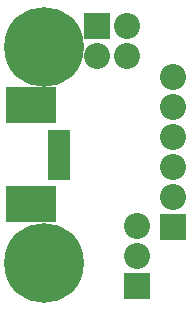
<source format=gbs>
G04 #@! TF.FileFunction,Soldermask,Bot*
%FSLAX46Y46*%
G04 Gerber Fmt 4.6, Leading zero omitted, Abs format (unit mm)*
G04 Created by KiCad (PCBNEW 4.0.5) date 07/09/17 22:51:53*
%MOMM*%
%LPD*%
G01*
G04 APERTURE LIST*
%ADD10C,0.150000*%
%ADD11C,6.758940*%
%ADD12R,2.208000X2.208000*%
%ADD13O,2.208000X2.208000*%
%ADD14R,4.307840X3.007360*%
%ADD15R,1.907540X1.008380*%
G04 APERTURE END LIST*
D10*
D11*
X152146000Y-92710000D03*
X152146000Y-110998000D03*
D12*
X160000000Y-113000000D03*
D13*
X160000000Y-110460000D03*
X160000000Y-107920000D03*
D12*
X156591000Y-90932000D03*
D13*
X156591000Y-93472000D03*
X159131000Y-90932000D03*
X159131000Y-93472000D03*
D14*
X150969980Y-97652840D03*
X150969980Y-106055160D03*
D15*
X153370280Y-100253800D03*
X153370280Y-101053900D03*
X153370280Y-103454200D03*
X153370280Y-102654100D03*
X153370280Y-101854000D03*
D12*
X163000000Y-108000000D03*
D13*
X163000000Y-105460000D03*
X163000000Y-102920000D03*
X163000000Y-100380000D03*
X163000000Y-97840000D03*
X163000000Y-95300000D03*
M02*

</source>
